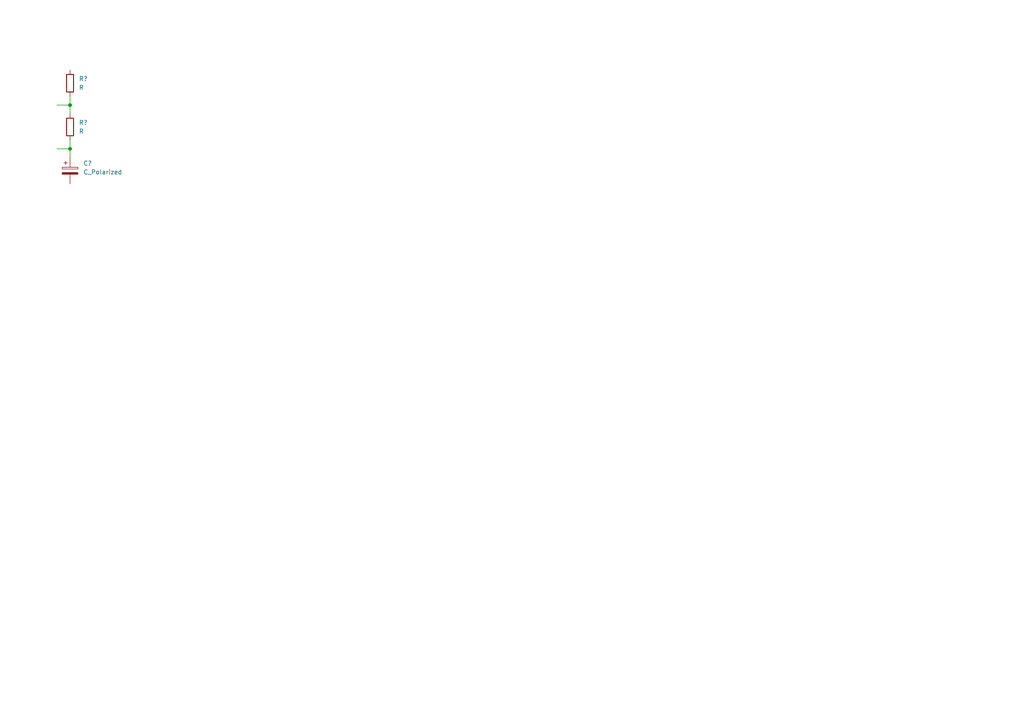
<source format=kicad_sch>
(kicad_sch (version 20211123) (generator eeschema)
  (paper "A4")
  (lib_symbols
    (symbol "Device:C_Polarized" (pin_numbers hide) (pin_names (offset 0.254))
      (property "Reference" "C" (at 0.635 2.54 0))
      (property "Value" "C_Polarized" (at 0.635 -2.54 0))
      (symbol "C_Polarized_0_1"
        (rectangle (start -2.286 0.508) (end 2.286 1.016))
        (polyline (pts (xy -1.778 2.286) (xy -0.762 2.286)))
        (polyline (pts (xy -1.27 2.794) (xy -1.27 1.778)))
        (rectangle (start 2.286 -0.508) (end -2.286 -1.016) (fill (type outline)))
      )
      (symbol "C_Polarized_1_1"
        (pin passive line (at 0 3.81 270) (length 2.794) (name "~") (number "1"))
        (pin passive line (at 0 -3.81 90) (length 2.794) (name "~") (number "2"))
      )
    )
    (symbol "Device:R" (pin_numbers hide) (pin_names (offset 0))
      (property "Reference" "R" (at 2.032 0 90))
      (property "Value" "R" (at 0 0 90))
      (symbol "R_0_1"
        (rectangle (start -1.016 -2.54) (end 1.016 2.54) (stroke (width 0.254)))
      )
      (symbol "R_1_1"
        (pin passive line (at 0 3.81 270) (length 1.27) (name "~") (number "1"))
        (pin passive line (at 0 -3.81 90) (length 1.27) (name "~") (number "2"))
      )
    )
  )
  (junction (at 20.32 30.48))
  (junction (at 20.32 43.18))
  (wire (pts (xy 16.51 30.48) (xy 20.32 30.48)))
  (wire (pts (xy 20.32 30.48) (xy 20.32 33.02)))
  (wire (pts (xy 20.32 40.64) (xy 20.32 43.18)))
  (wire (pts (xy 20.32 27.94) (xy 20.32 30.48)))
  (wire (pts (xy 16.51 43.18) (xy 20.32 43.18)))
  (wire (pts (xy 20.32 43.18) (xy 20.32 45.72)))
  (symbol (lib_id "Device:C_Polarized") (at 20.32 49.53 0) (unit 1)
    (property "Reference" "C?" (at 24.13 47.3709 0) (effects (justify left)))
    (property "Value" "C_Polarized" (at 24.13 49.9109 0) (effects (justify left)))
  )
  (symbol (lib_id "Device:R") (at 20.32 24.13 0) (unit 1)
    (property "Reference" "R?" (at 22.86 22.8599 0) (effects (justify left)))
    (property "Value" "R" (at 22.86 25.3999 0) (effects (justify left)))
  )
  (symbol (lib_id "Device:R") (at 20.32 36.83 0) (unit 1)
    (property "Reference" "R?" (at 22.86 35.5599 0) (effects (justify left)))
    (property "Value" "R" (at 22.86 38.0999 0) (effects (justify left)))
  )
)
</source>
